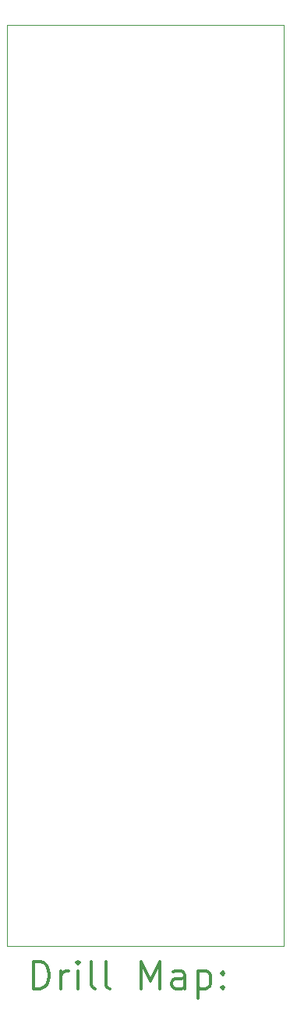
<source format=gbr>
%FSLAX45Y45*%
G04 Gerber Fmt 4.5, Leading zero omitted, Abs format (unit mm)*
G04 Created by KiCad (PCBNEW 5.1.2-f72e74a~84~ubuntu18.04.1) date 2019-05-18 13:16:39*
%MOMM*%
%LPD*%
G04 APERTURE LIST*
%ADD10C,0.050000*%
%ADD11C,0.200000*%
%ADD12C,0.300000*%
G04 APERTURE END LIST*
D10*
X15500000Y-4000000D02*
X12500000Y-4000000D01*
X15500000Y-14000000D02*
X15500000Y-4000000D01*
X12500000Y-14000000D02*
X15500000Y-14000000D01*
X12500000Y-4000000D02*
X12500000Y-14000000D01*
D11*
D12*
X12783928Y-14468214D02*
X12783928Y-14168214D01*
X12855357Y-14168214D01*
X12898214Y-14182500D01*
X12926786Y-14211071D01*
X12941071Y-14239643D01*
X12955357Y-14296786D01*
X12955357Y-14339643D01*
X12941071Y-14396786D01*
X12926786Y-14425357D01*
X12898214Y-14453929D01*
X12855357Y-14468214D01*
X12783928Y-14468214D01*
X13083928Y-14468214D02*
X13083928Y-14268214D01*
X13083928Y-14325357D02*
X13098214Y-14296786D01*
X13112500Y-14282500D01*
X13141071Y-14268214D01*
X13169643Y-14268214D01*
X13269643Y-14468214D02*
X13269643Y-14268214D01*
X13269643Y-14168214D02*
X13255357Y-14182500D01*
X13269643Y-14196786D01*
X13283928Y-14182500D01*
X13269643Y-14168214D01*
X13269643Y-14196786D01*
X13455357Y-14468214D02*
X13426786Y-14453929D01*
X13412500Y-14425357D01*
X13412500Y-14168214D01*
X13612500Y-14468214D02*
X13583928Y-14453929D01*
X13569643Y-14425357D01*
X13569643Y-14168214D01*
X13955357Y-14468214D02*
X13955357Y-14168214D01*
X14055357Y-14382500D01*
X14155357Y-14168214D01*
X14155357Y-14468214D01*
X14426786Y-14468214D02*
X14426786Y-14311071D01*
X14412500Y-14282500D01*
X14383928Y-14268214D01*
X14326786Y-14268214D01*
X14298214Y-14282500D01*
X14426786Y-14453929D02*
X14398214Y-14468214D01*
X14326786Y-14468214D01*
X14298214Y-14453929D01*
X14283928Y-14425357D01*
X14283928Y-14396786D01*
X14298214Y-14368214D01*
X14326786Y-14353929D01*
X14398214Y-14353929D01*
X14426786Y-14339643D01*
X14569643Y-14268214D02*
X14569643Y-14568214D01*
X14569643Y-14282500D02*
X14598214Y-14268214D01*
X14655357Y-14268214D01*
X14683928Y-14282500D01*
X14698214Y-14296786D01*
X14712500Y-14325357D01*
X14712500Y-14411071D01*
X14698214Y-14439643D01*
X14683928Y-14453929D01*
X14655357Y-14468214D01*
X14598214Y-14468214D01*
X14569643Y-14453929D01*
X14841071Y-14439643D02*
X14855357Y-14453929D01*
X14841071Y-14468214D01*
X14826786Y-14453929D01*
X14841071Y-14439643D01*
X14841071Y-14468214D01*
X14841071Y-14282500D02*
X14855357Y-14296786D01*
X14841071Y-14311071D01*
X14826786Y-14296786D01*
X14841071Y-14282500D01*
X14841071Y-14311071D01*
M02*

</source>
